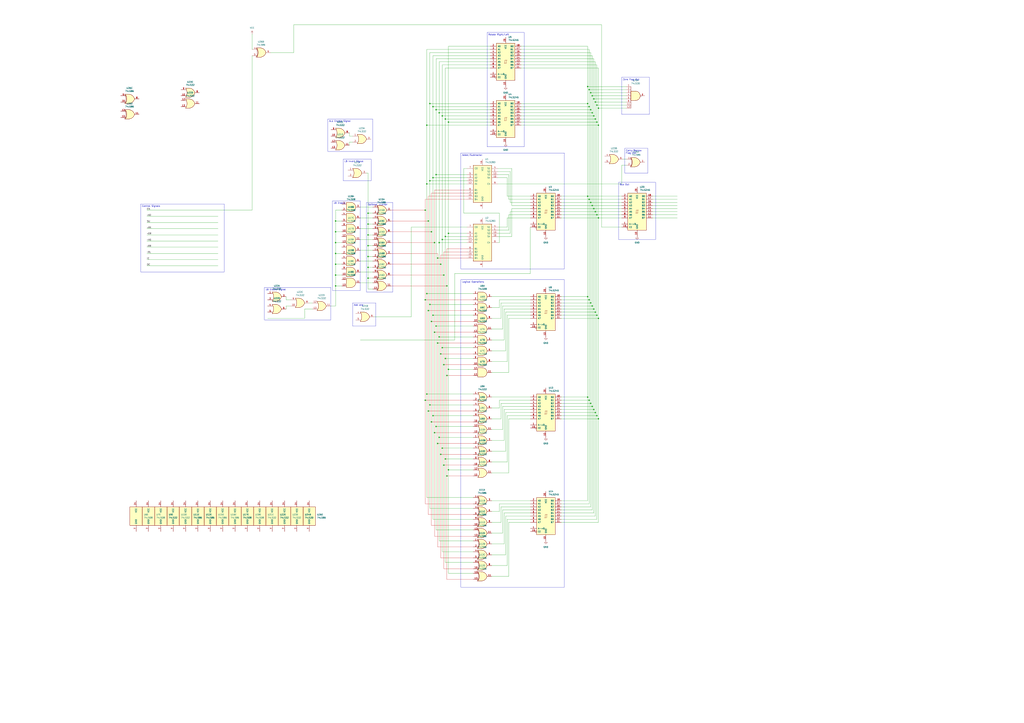
<source format=kicad_sch>
(kicad_sch (version 20231120) (generator "eeschema") (generator_version "8.0")
  (paper "A1")
  (junction (at 483.87 163.83))
  (junction (at 275.59 199.39))
  (junction (at 368.3 191.77))
  (junction (at 486.41 92.71))
  (junction (at 356.87 355.6))
  (junction (at 368.3 100.33))
  (junction (at 482.6 326.39))
  (junction (at 350.52 102.87))
  (junction (at 367.03 308.61))
  (junction (at 349.25 246.38))
  (junction (at 488.95 339.09))
  (junction (at 485.14 90.17))
  (junction (at 353.06 332.74))
  (junction (at 365.76 294.64))
  (junction (at 483.87 328.93))
  (junction (at 354.33 346.71))
  (junction (at 360.68 359.41))
  (junction (at 350.52 241.3))
  (junction (at 491.49 102.87))
  (junction (at 359.41 364.49))
  (junction (at 360.68 92.71))
  (junction (at 358.14 267.97))
  (junction (at 485.14 331.47))
  (junction (at 361.95 217.17))
  (junction (at 364.49 382.27))
  (junction (at 354.33 264.16))
  (junction (at 275.59 208.28))
  (junction (at 482.6 161.29))
  (junction (at 351.79 337.82))
  (junction (at 487.68 336.55))
  (junction (at 275.59 190.5))
  (junction (at 275.59 234.95))
  (junction (at 483.87 73.66))
  (junction (at 482.6 85.09))
  (junction (at 485.14 76.2))
  (junction (at 353.06 85.09))
  (junction (at 365.76 97.79))
  (junction (at 361.95 373.38))
  (junction (at 364.49 226.06))
  (junction (at 354.33 190.5))
  (junction (at 368.3 386.08))
  (junction (at 302.26 184.15))
  (junction (at 275.59 217.17))
  (junction (at 488.95 256.54))
  (junction (at 349.25 172.72))
  (junction (at 491.49 344.17))
  (junction (at 482.6 243.84))
  (junction (at 360.68 199.39))
  (junction (at 275.59 181.61))
  (junction (at 367.03 391.16))
  (junction (at 487.68 171.45))
  (junction (at 358.14 90.17))
  (junction (at 275.59 226.06))
  (junction (at 487.68 95.25))
  (junction (at 486.41 168.91))
  (junction (at 483.87 246.38))
  (junction (at 486.41 334.01))
  (junction (at 355.6 259.08))
  (junction (at 365.76 377.19))
  (junction (at 363.22 285.75))
  (junction (at 490.22 259.08))
  (junction (at 490.22 86.36))
  (junction (at 490.22 100.33))
  (junction (at 353.06 148.59))
  (junction (at 486.41 251.46))
  (junction (at 490.22 341.63))
  (junction (at 488.95 83.82))
  (junction (at 358.14 143.51))
  (junction (at 302.26 210.82))
  (junction (at 364.49 299.72))
  (junction (at 302.26 193.04))
  (junction (at 302.26 219.71))
  (junction (at 485.14 166.37))
  (junction (at 355.6 146.05))
  (junction (at 351.79 255.27))
  (junction (at 363.22 368.3))
  (junction (at 358.14 350.52))
  (junction (at 368.3 303.53))
  (junction (at 485.14 248.92))
  (junction (at 350.52 323.85))
  (junction (at 356.87 199.39))
  (junction (at 351.79 181.61))
  (junction (at 359.41 212.09))
  (junction (at 363.22 95.25))
  (junction (at 350.52 151.13))
  (junction (at 361.95 290.83))
  (junction (at 487.68 254))
  (junction (at 486.41 78.74))
  (junction (at 488.95 97.79))
  (junction (at 302.26 175.26))
  (junction (at 491.49 261.62))
  (junction (at 355.6 341.63))
  (junction (at 363.22 196.85))
  (junction (at 491.49 179.07))
  (junction (at 488.95 173.99))
  (junction (at 353.06 250.19))
  (junction (at 490.22 176.53))
  (junction (at 360.68 276.86))
  (junction (at 367.03 234.95))
  (junction (at 302.26 201.93))
  (junction (at 482.6 71.12))
  (junction (at 349.25 328.93))
  (junction (at 356.87 273.05))
  (junction (at 302.26 228.6))
  (junction (at 359.41 281.94))
  (junction (at 355.6 87.63))
  (junction (at 491.49 88.9))
  (junction (at 487.68 81.28))
  (junction (at 483.87 87.63))
  (junction (at 365.76 194.31))
  (wire (pts (xy 486.41 78.74) (xy 486.41 92.71)))
  (wire (pts (xy 483.87 73.66) (xy 483.87 87.63)))
  (wire (pts (xy 415.29 339.09) (xy 415.29 370.84)))
  (wire (pts (xy 207.01 45.72) (xy 207.01 172.72)))
  (wire (pts (xy 408.94 194.31) (xy 420.37 194.31)))
  (wire (pts (xy 360.68 92.71) (xy 360.68 50.8)))
  (wire (pts (xy 383.54 194.31) (xy 365.76 194.31)))
  (wire (pts (xy 427.99 43.18) (xy 485.14 43.18)))
  (wire (pts (xy 321.31 199.39) (xy 356.87 199.39)) (stroke (width 0) (color 194 0 0 1)))
  (wire (pts (xy 365.76 377.19) (xy 365.76 462.28)))
  (wire (pts (xy 363.22 285.75) (xy 363.22 368.3)))
  (wire (pts (xy 295.91 232.41) (xy 306.07 232.41)))
  (wire (pts (xy 287.02 116.84) (xy 287.02 119.38)))
  (wire (pts (xy 353.06 417.83) (xy 388.62 417.83)))
  (wire (pts (xy 388.62 308.61) (xy 367.03 308.61)) (stroke (width 0) (color 194 0 0 1)))
  (wire (pts (xy 355.6 87.63) (xy 402.59 87.63)))
  (wire (pts (xy 350.52 151.13) (xy 350.52 241.3)))
  (wire (pts (xy 427.99 85.09) (xy 482.6 85.09)))
  (wire (pts (xy 483.87 40.64) (xy 483.87 73.66)))
  (wire (pts (xy 461.01 176.53) (xy 490.22 176.53)))
  (wire (pts (xy 120.65 218.44) (xy 179.07 218.44)))
  (wire (pts (xy 482.6 85.09) (xy 482.6 161.29)))
  (wire (pts (xy 435.61 186.69) (xy 435.61 224.79)))
  (wire (pts (xy 535.94 161.29) (xy 556.26 161.29)))
  (wire (pts (xy 435.61 261.62) (xy 417.83 261.62)))
  (wire (pts (xy 383.54 199.39) (xy 360.68 199.39)))
  (wire (pts (xy 490.22 259.08) (xy 461.01 259.08)))
  (wire (pts (xy 361.95 458.47) (xy 388.62 458.47)) (stroke (width 0) (color 194 0 0 1)))
  (wire (pts (xy 365.76 55.88) (xy 402.59 55.88)))
  (wire (pts (xy 383.54 196.85) (xy 363.22 196.85)))
  (wire (pts (xy 349.25 328.93) (xy 388.62 328.93)) (stroke (width 0) (color 194 0 0 1)))
  (wire (pts (xy 427.99 55.88) (xy 491.49 55.88)))
  (wire (pts (xy 302.26 219.71) (xy 302.26 228.6)))
  (wire (pts (xy 411.48 416.56) (xy 411.48 429.26)))
  (wire (pts (xy 363.22 95.25) (xy 363.22 196.85)))
  (wire (pts (xy 358.14 143.51) (xy 358.14 267.97)))
  (wire (pts (xy 403.86 326.39) (xy 435.61 326.39)))
  (wire (pts (xy 488.95 97.79) (xy 488.95 83.82)))
  (wire (pts (xy 494.03 186.69) (xy 510.54 186.69)))
  (wire (pts (xy 511.81 130.81) (xy 514.35 130.81)))
  (wire (pts (xy 256.54 254) (xy 250.19 254)))
  (wire (pts (xy 349.25 172.72) (xy 349.25 246.38)) (stroke (width 0) (color 194 0 0 1)))
  (wire (pts (xy 280.67 208.28) (xy 275.59 208.28)))
  (wire (pts (xy 351.79 337.82) (xy 351.79 422.91)) (stroke (width 0) (color 194 0 0 1)))
  (wire (pts (xy 461.01 254) (xy 487.68 254)))
  (wire (pts (xy 461.01 168.91) (xy 486.41 168.91)))
  (wire (pts (xy 275.59 208.28) (xy 275.59 217.17)))
  (wire (pts (xy 417.83 344.17) (xy 417.83 388.62)))
  (wire (pts (xy 408.94 146.05) (xy 416.56 146.05)))
  (wire (pts (xy 383.54 204.47) (xy 367.03 204.47)) (stroke (width 0) (color 194 0 0 1)))
  (wire (pts (xy 254 248.92) (xy 256.54 248.92)))
  (wire (pts (xy 388.62 303.53) (xy 368.3 303.53)))
  (wire (pts (xy 383.54 207.01) (xy 364.49 207.01)) (stroke (width 0) (color 194 0 0 1)))
  (wire (pts (xy 302.26 175.26) (xy 302.26 184.15)))
  (wire (pts (xy 415.29 288.29) (xy 403.86 288.29)))
  (wire (pts (xy 353.06 85.09) (xy 353.06 148.59)))
  (wire (pts (xy 416.56 186.69) (xy 416.56 179.07)))
  (wire (pts (xy 350.52 102.87) (xy 350.52 40.64)))
  (wire (pts (xy 485.14 331.47) (xy 485.14 416.56)))
  (wire (pts (xy 435.61 168.91) (xy 420.37 168.91)))
  (wire (pts (xy 487.68 81.28) (xy 487.68 95.25)))
  (wire (pts (xy 403.86 297.18) (xy 416.56 297.18)))
  (wire (pts (xy 490.22 53.34) (xy 490.22 86.36)))
  (wire (pts (xy 416.56 464.82) (xy 416.56 426.72)))
  (wire (pts (xy 388.62 368.3) (xy 363.22 368.3)))
  (wire (pts (xy 351.79 422.91) (xy 388.62 422.91)) (stroke (width 0) (color 194 0 0 1)))
  (wire (pts (xy 483.87 40.64) (xy 427.99 40.64)))
  (wire (pts (xy 356.87 273.05) (xy 356.87 355.6)) (stroke (width 0) (color 194 0 0 1)))
  (wire (pts (xy 408.94 186.69) (xy 416.56 186.69)))
  (wire (pts (xy 408.94 189.23) (xy 417.83 189.23)))
  (wire (pts (xy 483.87 328.93) (xy 483.87 414.02)))
  (wire (pts (xy 490.22 426.72) (xy 461.01 426.72)))
  (wire (pts (xy 486.41 251.46) (xy 486.41 334.01)))
  (wire (pts (xy 363.22 95.25) (xy 402.59 95.25)))
  (wire (pts (xy 306.07 201.93) (xy 302.26 201.93)))
  (wire (pts (xy 435.61 429.26) (xy 417.83 429.26)))
  (wire (pts (xy 403.86 420.37) (xy 410.21 420.37)))
  (wire (pts (xy 403.86 335.28) (xy 410.21 335.28)))
  (wire (pts (xy 383.54 186.69) (xy 337.82 186.69)))
  (wire (pts (xy 461.01 416.56) (xy 485.14 416.56)))
  (wire (pts (xy 321.31 190.5) (xy 354.33 190.5)) (stroke (width 0) (color 194 0 0 1)))
  (wire (pts (xy 302.26 193.04) (xy 302.26 201.93)))
  (wire (pts (xy 486.41 168.91) (xy 486.41 251.46)))
  (wire (pts (xy 402.59 48.26) (xy 358.14 48.26)))
  (wire (pts (xy 120.65 198.12) (xy 179.07 198.12)))
  (wire (pts (xy 306.07 193.04) (xy 302.26 193.04)))
  (wire (pts (xy 388.62 471.17) (xy 368.3 471.17)))
  (wire (pts (xy 365.76 294.64) (xy 388.62 294.64)))
  (wire (pts (xy 351.79 161.29) (xy 351.79 181.61)) (stroke (width 0) (color 194 0 0 1)))
  (wire (pts (xy 306.07 237.49) (xy 302.26 237.49)))
  (wire (pts (xy 356.87 199.39) (xy 356.87 273.05)) (stroke (width 0) (color 194 0 0 1)))
  (wire (pts (xy 415.29 455.93) (xy 403.86 455.93)))
  (wire (pts (xy 461.01 421.64) (xy 487.68 421.64)))
  (wire (pts (xy 383.54 156.21) (xy 356.87 156.21)) (stroke (width 0) (color 194 0 0 1)))
  (wire (pts (xy 403.86 361.95) (xy 414.02 361.95)))
  (wire (pts (xy 535.94 173.99) (xy 556.26 173.99)))
  (wire (pts (xy 488.95 339.09) (xy 488.95 424.18)))
  (wire (pts (xy 412.75 438.15) (xy 403.86 438.15)))
  (wire (pts (xy 491.49 344.17) (xy 491.49 429.26)))
  (wire (pts (xy 383.54 146.05) (xy 355.6 146.05)))
  (wire (pts (xy 355.6 87.63) (xy 355.6 45.72)))
  (wire (pts (xy 355.6 426.72) (xy 388.62 426.72)))
  (wire (pts (xy 461.01 261.62) (xy 491.49 261.62)))
  (wire (pts (xy 120.65 182.88) (xy 179.07 182.88)))
  (wire (pts (xy 410.21 252.73) (xy 410.21 246.38)))
  (wire (pts (xy 241.3 20.32) (xy 494.03 20.32)))
  (wire (pts (xy 535.94 166.37) (xy 556.26 166.37)))
  (wire (pts (xy 461.01 344.17) (xy 491.49 344.17)))
  (wire (pts (xy 415.29 256.54) (xy 415.29 288.29)))
  (wire (pts (xy 416.56 161.29) (xy 435.61 161.29)))
  (wire (pts (xy 361.95 290.83) (xy 388.62 290.83)) (stroke (width 0) (color 194 0 0 1)))
  (wire (pts (xy 306.07 184.15) (xy 302.26 184.15)))
  (wire (pts (xy 491.49 102.87) (xy 491.49 179.07)))
  (wire (pts (xy 388.62 453.39) (xy 363.22 453.39)))
  (wire (pts (xy 417.83 429.26) (xy 417.83 473.71)))
  (wire (pts (xy 535.94 168.91) (xy 556.26 168.91)))
  (wire (pts (xy 383.54 151.13) (xy 350.52 151.13)))
  (wire (pts (xy 349.25 414.02) (xy 388.62 414.02)) (stroke (width 0) (color 194 0 0 1)))
  (wire (pts (xy 351.79 181.61) (xy 351.79 255.27)) (stroke (width 0) (color 194 0 0 1)))
  (wire (pts (xy 321.31 172.72) (xy 349.25 172.72)) (stroke (width 0) (color 194 0 0 1)))
  (wire (pts (xy 408.94 143.51) (xy 417.83 143.51)))
  (wire (pts (xy 207.01 27.94) (xy 207.01 40.64)))
  (wire (pts (xy 358.14 267.97) (xy 358.14 350.52)))
  (wire (pts (xy 461.01 424.18) (xy 488.95 424.18)))
  (wire (pts (xy 483.87 414.02) (xy 461.01 414.02)))
  (wire (pts (xy 361.95 217.17) (xy 361.95 290.83)) (stroke (width 0) (color 194 0 0 1)))
  (wire (pts (xy 487.68 48.26) (xy 487.68 81.28)))
  (wire (pts (xy 349.25 246.38) (xy 349.25 328.93)) (stroke (width 0) (color 194 0 0 1)))
  (wire (pts (xy 410.21 246.38) (xy 435.61 246.38)))
  (wire (pts (xy 487.68 171.45) (xy 487.68 254)))
  (wire (pts (xy 365.76 377.19) (xy 388.62 377.19)))
  (wire (pts (xy 510.54 151.13) (xy 510.54 135.89)))
  (wire (pts (xy 295.91 223.52) (xy 306.07 223.52)))
  (wire (pts (xy 280.67 199.39) (xy 275.59 199.39)))
  (wire (pts (xy 491.49 55.88) (xy 491.49 88.9)))
  (wire (pts (xy 535.94 176.53) (xy 556.26 176.53)))
  (wire (pts (xy 488.95 83.82) (xy 488.95 50.8)))
  (wire (pts (xy 490.22 341.63) (xy 490.22 426.72)))
  (wire (pts (xy 355.6 146.05) (xy 355.6 259.08)))
  (wire (pts (xy 427.99 100.33) (xy 490.22 100.33)))
  (wire (pts (xy 483.87 328.93) (xy 461.01 328.93)))
  (wire (pts (xy 358.14 90.17) (xy 402.59 90.17)))
  (wire (pts (xy 461.01 161.29) (xy 482.6 161.29)))
  (wire (pts (xy 295.91 179.07) (xy 306.07 179.07)))
  (wire (pts (xy 353.06 148.59) (xy 353.06 250.19)))
  (wire (pts (xy 361.95 373.38) (xy 361.95 458.47)) (stroke (width 0) (color 194 0 0 1)))
  (wire (pts (xy 461.01 411.48) (xy 482.6 411.48)))
  (wire (pts (xy 414.02 336.55) (xy 435.61 336.55)))
  (wire (pts (xy 461.01 166.37) (xy 485.14 166.37)))
  (wire (pts (xy 360.68 276.86) (xy 360.68 359.41)))
  (wire (pts (xy 417.83 176.53) (xy 435.61 176.53)))
  (wire (pts (xy 487.68 81.28) (xy 514.35 81.28)))
  (wire (pts (xy 360.68 276.86) (xy 388.62 276.86)))
  (wire (pts (xy 353.06 250.19) (xy 388.62 250.19)))
  (wire (pts (xy 490.22 86.36) (xy 514.35 86.36)))
  (wire (pts (xy 287.02 111.76) (xy 289.56 111.76)))
  (wire (pts (xy 363.22 368.3) (xy 363.22 453.39)))
  (wire (pts (xy 354.33 190.5) (xy 354.33 264.16)) (stroke (width 0) (color 194 0 0 1)))
  (wire (pts (xy 402.59 97.79) (xy 365.76 97.79)))
  (wire (pts (xy 488.95 50.8) (xy 427.99 50.8)))
  (wire (pts (xy 353.06 43.18) (xy 353.06 85.09)))
  (wire (pts (xy 355.6 341.63) (xy 355.6 426.72)))
  (wire (pts (xy 485.14 166.37) (xy 510.54 166.37)))
  (wire (pts (xy 295.91 170.18) (xy 306.07 170.18)))
  (wire (pts (xy 367.03 308.61) (xy 367.03 234.95)) (stroke (width 0) (color 194 0 0 1)))
  (wire (pts (xy 383.54 163.83) (xy 349.25 163.83)) (stroke (width 0) (color 194 0 0 1)))
  (wire (pts (xy 417.83 143.51) (xy 417.83 163.83)))
  (wire (pts (xy 483.87 87.63) (xy 483.87 163.83)))
  (wire (pts (xy 435.61 424.18) (xy 415.29 424.18)))
  (wire (pts (xy 535.94 179.07) (xy 556.26 179.07)))
  (wire (pts (xy 383.54 161.29) (xy 351.79 161.29)) (stroke (width 0) (color 194 0 0 1)))
  (wire (pts (xy 403.86 464.82) (xy 416.56 464.82)))
  (wire (pts (xy 350.52 241.3) (xy 388.62 241.3)))
  (wire (pts (xy 358.14 267.97) (xy 388.62 267.97)))
  (wire (pts (xy 487.68 95.25) (xy 487.68 171.45)))
  (wire (pts (xy 461.01 163.83) (xy 483.87 163.83)))
  (wire (pts (xy 482.6 161.29) (xy 510.54 161.29)))
  (wire (pts (xy 381 175.26) (xy 410.21 175.26)))
  (wire (pts (xy 367.03 476.25) (xy 388.62 476.25)) (stroke (width 0) (color 194 0 0 1)))
  (wire (pts (xy 485.14 76.2) (xy 485.14 90.17)))
  (wire (pts (xy 250.19 254) (xy 250.19 261.62)))
  (wire (pts (xy 360.68 359.41) (xy 360.68 444.5)))
  (wire (pts (xy 337.82 186.69) (xy 337.82 260.35)))
  (wire (pts (xy 295.91 279.4) (xy 373.38 279.4)))
  (wire (pts (xy 486.41 334.01) (xy 486.41 419.1)))
  (wire (pts (xy 302.26 175.26) (xy 302.26 142.24)))
  (wire (pts (xy 482.6 71.12) (xy 482.6 38.1)))
  (wire (pts (xy 321.31 181.61) (xy 351.79 181.61)) (stroke (width 0) (color 194 0 0 1)))
  (wire (pts (xy 302.26 201.93) (xy 302.26 210.82)))
  (wire (pts (xy 485.14 90.17) (xy 485.14 166.37)))
  (wire (pts (xy 408.94 140.97) (xy 419.1 140.97)))
  (wire (pts (xy 403.86 447.04) (xy 414.02 447.04)))
  (wire (pts (xy 420.37 138.43) (xy 408.94 138.43)))
  (wire (pts (xy 403.86 243.84) (xy 435.61 243.84)))
  (wire (pts (xy 412.75 353.06) (xy 403.86 353.06)))
  (wire (pts (xy 486.41 419.1) (xy 461.01 419.1)))
  (wire (pts (xy 414.02 447.04) (xy 414.02 421.64)))
  (wire (pts (xy 360.68 359.41) (xy 388.62 359.41)))
  (wire (pts (xy 485.14 166.37) (xy 485.14 248.92)))
  (wire (pts (xy 416.56 179.07) (xy 435.61 179.07)))
  (wire (pts (xy 535.94 171.45) (xy 556.26 171.45)))
  (wire (pts (xy 435.61 416.56) (xy 411.48 416.56)))
  (wire (pts (xy 350.52 102.87) (xy 350.52 151.13)))
  (wire (pts (xy 306.07 175.26) (xy 302.26 175.26)))
  (wire (pts (xy 435.61 334.01) (xy 412.75 334.01)))
  (wire (pts (xy 280.67 190.5) (xy 275.59 190.5)))
  (wire (pts (xy 410.21 175.26) (xy 410.21 199.39)))
  (wire (pts (xy 482.6 326.39) (xy 482.6 411.48)))
  (wire (pts (xy 365.76 462.28) (xy 388.62 462.28)))
  (wire (pts (xy 419.1 173.99) (xy 419.1 191.77)))
  (wire (pts (xy 364.49 382.27) (xy 364.49 467.36)) (stroke (width 0) (color 194 0 0 1)))
  (wire (pts (xy 461.01 326.39) (xy 482.6 326.39)))
  (wire (pts (xy 427.99 102.87) (xy 491.49 102.87)))
  (wire (pts (xy 356.87 440.69) (xy 388.62 440.69)) (stroke (width 0) (color 194 0 0 1)))
  (wire (pts (xy 419.1 191.77) (xy 408.94 191.77)))
  (wire (pts (xy 367.03 234.95) (xy 367.03 204.47)) (stroke (width 0) (color 194 0 0 1)))
  (wire (pts (xy 275.59 172.72) (xy 275.59 181.61)))
  (wire (pts (xy 363.22 285.75) (xy 363.22 196.85)))
  (wire (pts (xy 353.06 332.74) (xy 388.62 332.74)))
  (wire (pts (xy 414.02 421.64) (xy 435.61 421.64)))
  (wire (pts (xy 485.14 248.92) (xy 485.14 331.47)))
  (wire (pts (xy 120.65 177.8) (xy 179.07 177.8)))
  (wire (pts (xy 514.35 76.2) (xy 485.14 76.2)))
  (wire (pts (xy 483.87 163.83) (xy 483.87 246.38)))
  (wire (pts (xy 461.01 171.45) (xy 487.68 171.45)))
  (wire (pts (xy 120.65 193.04) (xy 179.07 193.04)))
  (wire (pts (xy 356.87 355.6) (xy 388.62 355.6)) (stroke (width 0) (color 194 0 0 1)))
  (wire (pts (xy 321.31 234.95) (xy 367.03 234.95)) (stroke (width 0) (color 194 0 0 1)))
  (wire (pts (xy 435.61 419.1) (xy 412.75 419.1)))
  (wire (pts (xy 419.1 140.97) (xy 419.1 166.37)))
  (wire (pts (xy 280.67 217.17) (xy 275.59 217.17)))
  (wire (pts (xy 365.76 194.31) (xy 365.76 294.64)))
  (wire (pts (xy 354.33 431.8) (xy 388.62 431.8)) (stroke (width 0) (color 194 0 0 1)))
  (wire (pts (xy 461.01 429.26) (xy 491.49 429.26)))
  (wire (pts (xy 351.79 337.82) (xy 388.62 337.82)) (stroke (width 0) (color 194 0 0 1)))
  (wire (pts (xy 368.3 100.33) (xy 368.3 38.1)))
  (wire (pts (xy 351.79 255.27) (xy 388.62 255.27)) (stroke (width 0) (color 194 0 0 1)))
  (wire (pts (xy 427.99 53.34) (xy 490.22 53.34)))
  (wire (pts (xy 412.75 251.46) (xy 412.75 270.51)))
  (wire (pts (xy 359.41 281.94) (xy 359.41 364.49)) (stroke (width 0) (color 194 0 0 1)))
  (wire (pts (xy 360.68 444.5) (xy 388.62 444.5)))
  (wire (pts (xy 356.87 273.05) (xy 388.62 273.05)) (stroke (width 0) (color 194 0 0 1)))
  (wire (pts (xy 427.99 48.26) (xy 487.68 48.26)))
  (wire (pts (xy 365.76 97.79) (xy 365.76 194.31)))
  (wire (pts (xy 490.22 86.36) (xy 490.22 100.33)))
  (wire (pts (xy 420.37 168.91) (xy 420.37 138.43)))
  (wire (pts (xy 241.3 43.18) (xy 241.3 20.32)))
  (wire (pts (xy 414.02 361.95) (xy 414.02 336.55)))
  (wire (pts (xy 354.33 264.16) (xy 354.33 346.71)) (stroke (width 0) (color 194 0 0 1)))
  (wire (pts (xy 535.94 163.83) (xy 556.26 163.83)))
  (wire (pts (xy 491.49 261.62) (xy 491.49 344.17)))
  (wire (pts (xy 403.86 252.73) (xy 410.21 252.73)))
  (wire (pts (xy 275.59 226.06) (xy 280.67 226.06)))
  (wire (pts (xy 120.65 213.36) (xy 179.07 213.36)))
  (wire (pts (xy 491.49 179.07) (xy 510.54 179.07)))
  (wire (pts (xy 486.41 334.01) (xy 461.01 334.01)))
  (wire (pts (xy 321.31 208.28) (xy 359.41 208.28)) (stroke (width 0) (color 194 0 0 1)))
  (wire (pts (xy 383.54 212.09) (xy 359.41 212.09)) (stroke (width 0) (color 194 0 0 1)))
  (wire (pts (xy 490.22 100.33) (xy 490.22 176.53)))
  (wire (pts (xy 350.52 408.94) (xy 388.62 408.94)))
  (wire (pts (xy 354.33 158.75) (xy 354.33 190.5)) (stroke (width 0) (color 194 0 0 1)))
  (wire (pts (xy 359.41 281.94) (xy 388.62 281.94)) (stroke (width 0) (color 194 0 0 1)))
  (wire (pts (xy 487.68 171.45) (xy 510.54 171.45)))
  (wire (pts (xy 358.14 350.52) (xy 358.14 435.61)))
  (wire (pts (xy 368.3 100.33) (xy 368.3 191.77)))
  (wire (pts (xy 417.83 388.62) (xy 403.86 388.62)))
  (wire (pts (xy 120.65 172.72) (xy 207.01 172.72)))
  (wire (pts (xy 483.87 73.66) (xy 514.35 73.66)))
  (wire (pts (xy 354.33 264.16) (xy 388.62 264.16)) (stroke (width 0) (color 194 0 0 1)))
  (wire (pts (xy 461.01 179.07) (xy 491.49 179.07)))
  (wire (pts (xy 359.41 364.49) (xy 359.41 449.58)) (stroke (width 0) (color 194 0 0 1)))
  (wire (pts (xy 360.68 199.39) (xy 360.68 276.86)))
  (wire (pts (xy 486.41 45.72) (xy 486.41 78.74)))
  (wire (pts (xy 420.37 171.45) (xy 435.61 171.45)))
  (wire (pts (xy 359.41 364.49) (xy 388.62 364.49)) (stroke (width 0) (color 194 0 0 1)))
  (wire (pts (xy 363.22 53.34) (xy 363.22 95.25)))
  (wire (pts (xy 388.62 285.75) (xy 363.22 285.75)))
  (wire (pts (xy 483.87 246.38) (xy 461.01 246.38)))
  (wire (pts (xy 358.14 143.51) (xy 383.54 143.51)))
  (wire (pts (xy 358.14 90.17) (xy 358.14 143.51)))
  (wire (pts (xy 234.95 254) (xy 234.95 251.46)))
  (wire (pts (xy 490.22 176.53) (xy 510.54 176.53)))
  (wire (pts (xy 359.41 212.09) (xy 359.41 281.94)) (stroke (width 0) (color 194 0 0 1)))
  (wire (pts (xy 383.54 148.59) (xy 353.06 148.59)))
  (wire (pts (xy 295.91 205.74) (xy 306.07 205.74)))
  (wire (pts (xy 358.14 48.26) (xy 358.14 90.17)))
  (wire (pts (xy 302.26 210.82) (xy 302.26 219.71)))
  (wire (pts (xy 373.38 224.79) (xy 373.38 279.4)))
  (wire (pts (xy 488.95 173.99) (xy 488.95 256.54)))
  (wire (pts (xy 416.56 297.18) (xy 416.56 259.08)))
  (wire (pts (xy 349.25 163.83) (xy 349.25 172.72)) (stroke (width 0) (color 194 0 0 1)))
  (wire (pts (xy 295.91 214.63) (xy 306.07 214.63)))
  (wire (pts (xy 410.21 420.37) (xy 410.21 414.02)))
  (wire (pts (xy 435.61 224.79) (xy 373.38 224.79)))
  (wire (pts (xy 275.59 217.17) (xy 275.59 226.06)))
  (wire (pts (xy 275.59 181.61) (xy 275.59 190.5)))
  (wire (pts (xy 349.25 328.93) (xy 349.25 414.02)) (stroke (width 0) (color 194 0 0 1)))
  (wire (pts (xy 360.68 50.8) (xy 402.59 50.8)))
  (wire (pts (xy 403.86 379.73) (xy 416.56 379.73)))
  (wire (pts (xy 488.95 83.82) (xy 514.35 83.82)))
  (wire (pts (xy 383.54 191.77) (xy 368.3 191.77)))
  (wire (pts (xy 485.14 43.18) (xy 485.14 76.2)))
  (wire (pts (xy 410.21 414.02) (xy 435.61 414.02)))
  (wire (pts (xy 358.14 435.61) (xy 388.62 435.61)))
  (wire (pts (xy 306.07 228.6) (xy 302.26 228.6)))
  (wire (pts (xy 368.3 100.33) (xy 402.59 100.33)))
  (wire (pts (xy 402.59 43.18) (xy 353.06 43.18)))
  (wire (pts (xy 414.02 279.4) (xy 414.02 254)))
  (wire (pts (xy 416.56 426.72) (xy 435.61 426.72)))
  (wire (pts (xy 410.21 328.93) (xy 435.61 328.93)))
  (wire (pts (xy 359.41 449.58) (xy 388.62 449.58)) (stroke (width 0) (color 194 0 0 1)))
  (wire (pts (xy 275.59 226.06) (xy 275.59 234.95)))
  (wire (pts (xy 350.52 102.87) (xy 402.59 102.87)))
  (wire (pts (xy 350.52 241.3) (xy 350.52 323.85)))
  (wire (pts (xy 461.01 339.09) (xy 488.95 339.09)))
  (wire (pts (xy 365.76 294.64) (xy 365.76 377.19)))
  (wire (pts (xy 234.95 251.46) (xy 238.76 251.46)))
  (wire (pts (xy 368.3 303.53) (xy 368.3 191.77)))
  (wire (pts (xy 289.56 116.84) (xy 287.02 116.84)))
  (wire (pts (xy 487.68 336.55) (xy 487.68 421.64)))
  (wire (pts (xy 280.67 172.72) (xy 275.59 172.72)))
  (wire (pts (xy 361.95 290.83) (xy 361.95 373.38)) (stroke (width 0) (color 194 0 0 1)))
  (wire (pts (xy 354.33 346.71) (xy 388.62 346.71)) (stroke (width 0) (color 194 0 0 1)))
  (wire (pts (xy 482.6 161.29) (xy 482.6 243.84)))
  (wire (pts (xy 435.61 331.47) (xy 411.48 331.47)))
  (wire (pts (xy 486.41 92.71) (xy 486.41 168.91)))
  (wire (pts (xy 411.48 261.62) (xy 403.86 261.62)))
  (wire (pts (xy 488.95 173.99) (xy 510.54 173.99)))
  (wire (pts (xy 306.07 210.82) (xy 302.26 210.82)))
  (wire (pts (xy 490.22 341.63) (xy 461.01 341.63)))
  (wire (pts (xy 412.75 419.1) (xy 412.75 438.15)))
  (wire (pts (xy 491.49 88.9) (xy 514.35 88.9)))
  (wire (pts (xy 295.91 196.85) (xy 306.07 196.85)))
  (wire (pts (xy 358.14 350.52) (xy 388.62 350.52)))
  (wire (pts (xy 349.25 246.38) (xy 388.62 246.38)) (stroke (width 0) (color 194 0 0 1)))
  (wire (pts (xy 408.94 151.13) (xy 510.54 151.13)))
  (wire (pts (xy 364.49 299.72) (xy 364.49 382.27)) (stroke (width 0) (color 194 0 0 1)))
  (wire (pts (xy 364.49 226.06) (xy 364.49 299.72)) (stroke (width 0) (color 194 0 0 1)))
  (wire (pts (xy 482.6 85.09) (xy 482.6 71.12)))
  (wire (pts (xy 416.56 341.63) (xy 435.61 341.63)))
  (wire (pts (xy 337.82 260.35) (xy 307.34 260.35)))
  (wire (pts (xy 364.49 299.72) (xy 388.62 299.72)) (stroke (width 0) (color 194 0 0 1)))
  (wire (pts (xy 364.49 207.01) (xy 364.49 226.06)) (stroke (width 0) (color 194 0 0 1)))
  (wire (pts (xy 368.3 38.1) (xy 402.59 38.1)))
  (wire (pts (xy 461.01 243.84) (xy 482.6 243.84)))
  (wire (pts (xy 364.49 382.27) (xy 388.62 382.27)) (stroke (width 0) (color 194 0 0 1)))
  (wire (pts (xy 355.6 259.08) (xy 355.6 341.63)))
  (wire (pts (xy 120.65 208.28) (xy 179.07 208.28)))
  (wire (pts (xy 490.22 259.08) (xy 490.22 341.63)))
  (wire (pts (xy 412.75 270.51) (xy 403.86 270.51)))
  (wire (pts (xy 410.21 199.39) (xy 408.94 199.39)))
  (wire (pts (xy 275.59 199.39) (xy 275.59 208.28)))
  (wire (pts (xy 354.33 431.8) (xy 354.33 346.71)) (stroke (width 0) (color 194 0 0 1)))
  (wire (pts (xy 364.49 467.36) (xy 388.62 467.36)) (stroke (width 0) (color 194 0 0 1)))
  (wire (pts (xy 417.83 189.23) (xy 417.83 176.53)))
  (wire (pts (xy 368.3 303.53) (xy 368.3 386.08)))
  (wire (pts (xy 383.54 209.55) (xy 361.95 209.55)) (stroke (width 0) (color 194 0 0 1)))
  (wire (pts (xy 482.6 243.84) (xy 482.6 326.39)))
  (wire (pts (xy 435.61 256.54) (xy 415.29 256.54)))
  (wire (pts (xy 355.6 45.72) (xy 402.59 45.72)))
  (wire (pts (xy 416.56 379.73) (xy 416.56 341.63)))
  (wire (pts (xy 356.87 156.21) (xy 356.87 199.39)) (stroke (width 0) (color 194 0 0 1)))
  (wire (pts (xy 353.06 250.19) (xy 353.06 332.74)))
  (wire (pts (xy 415.29 370.84) (xy 403.86 370.84)))
  (wire (pts (xy 355.6 259.08) (xy 388.62 259.08)))
  (wire (pts (xy 359.41 208.28) (xy 359.41 212.09)) (stroke (width 0) (color 194 0 0 1)))
  (wire (pts (xy 234.95 246.38) (xy 238.76 246.38)))
  (wire (pts (xy 412.75 334.01) (xy 412.75 353.06)))
  (wire (pts (xy 411.48 248.92) (xy 411.48 261.62)))
  (wire (pts (xy 367.03 391.16) (xy 367.03 476.25)) (stroke (width 0) (color 194 0 0 1)))
  (wire (pts (xy 483.87 163.83) (xy 510.54 163.83)))
  (wire (pts (xy 388.62 386.08) (xy 368.3 386.08)))
  (wire (pts (xy 419.1 166.37) (xy 435.61 166.37)))
  (wire (pts (xy 417.83 473.71) (xy 403.86 473.71)))
  (wire (pts (xy 427.99 97.79) (xy 488.95 97.79)))
  (wire (pts (xy 411.48 344.17) (xy 403.86 344.17)))
  (wire (pts (xy 403.86 411.48) (xy 435.61 411.48)))
  (wire (pts (xy 411.48 429.26) (xy 403.86 429.26)))
  (wire (pts (xy 417.83 306.07) (xy 403.86 306.07)))
  (wire (pts (xy 351.79 255.27) (xy 351.79 337.82)) (stroke (width 0) (color 194 0 0 1)))
  (wire (pts (xy 420.37 194.31) (xy 420.37 171.45)))
  (wire (pts (xy 403.86 279.4) (xy 414.02 279.4)))
  (wire (pts (xy 488.95 256.54) (xy 488.95 339.09)))
  (wire (pts (xy 417.83 163.83) (xy 435.61 163.83)))
  (wire (pts (xy 367.03 391.16) (xy 388.62 391.16)) (stroke (width 0) (color 194 0 0 1)))
  (wire (pts (xy 381 175.26) (xy 381 138.43)))
  (wire (pts (xy 410.21 335.28) (xy 410.21 328.93)))
  (wire (pts (xy 356.87 355.6) (xy 356.87 440.69)) (stroke (width 0) (color 194 0 0 1)))
  (wire (pts (xy 427.99 95.25) (xy 487.68 95.25)))
  (wire (pts (xy 417.83 261.62) (xy 417.83 306.07)))
  (wire (pts (xy 381 138.43) (xy 383.54 138.43)))
  (wire (pts (xy 427.99 92.71) (xy 486.41 92.71)))
  (wire (pts (xy 350.52 323.85) (xy 388.62 323.85)))
  (wire (pts (xy 487.68 254) (xy 487.68 336.55)))
  (wire (pts (xy 461.01 256.54) (xy 488.95 256.54)))
  (wire (pts (xy 491.49 88.9) (xy 491.49 102.87)))
  (wire (pts (xy 275.59 234.95) (xy 280.67 234.95)))
  (wire (pts (xy 350.52 40.64) (xy 402.59 40.64)))
  (wire (pts (xy 295.91 187.96) (xy 306.07 187.96)))
  (wire (pts (xy 510.54 135.89) (xy 514.35 135.89)))
  (wire (pts (xy 219.71 261.62) (xy 250.19 261.62)))
  (wire (pts (xy 435.61 339.09) (xy 415.29 339.09)))
  (wire (pts (xy 234.95 243.84) (xy 234.95 246.38)))
  (wire (pts (xy 491.49 179.07) (xy 491.49 261.62)))
  (wire (pts (xy 435.61 248.92) (xy 411.48 248.92)))
  (wire (pts (xy 302.26 184.15) (xy 302.26 193.04)))
  (wire (pts (xy 355.6 87.63) (xy 355.6 146.05)))
  (wire (pts (xy 416.56 161.29) (xy 416.56 146.05)))
  (wire (pts (xy 427.99 90.17) (xy 485.14 90.17)))
  (wire (pts (xy 402.59 85.09) (xy 353.06 85.09)))
  (wire (pts (xy 435.61 173.99) (xy 419.1 173.99)))
  (wire (pts (xy 368.3 386.08) (xy 368.3 471.17)))
  (wire (pts (xy 415.29 424.18) (xy 415.29 455.93)))
  (wire (pts (xy 287.02 109.22) (xy 287.02 111.76)))
  (wire (pts (xy 120.65 203.2) (xy 179.07 203.2)))
  (wire (pts (xy 427.99 87.63) (xy 483.87 87.63)))
  (wire (pts (xy 350.52 323.85) (xy 350.52 408.94)))
  (wire (pts (xy 461.01 331.47) (xy 485.14 331.47)))
  (wire (pts (xy 120.65 187.96) (xy 179.07 187.96)))
  (wire (pts (xy 488.95 97.79) (xy 488.95 173.99)))
  (wire (pts (xy 427.99 45.72) (xy 486.41 45.72)))
  (wire (pts (xy 321.31 226.06) (xy 364.49 226.06)) (stroke (width 0) (color 194 0 0 1)))
  (wire (pts (xy 355.6 341.63) (xy 388.62 341.63)))
  (wire (pts (xy 360.68 92.71) (xy 360.68 199.39)))
  (wire (pts (xy 306.07 219.71) (xy 302.26 219.71)))
  (wire (pts (xy 302.26 228.6) (xy 302.26 237.49)))
  (wire (pts (xy 275.59 190.5) (xy 275.59 199.39)))
  (wire (pts (xy 486.41 251.46) (xy 461.01 251.46)))
  (wire (pts (xy 271.78 251.46) (xy 275.59 251.46)))
  (wire (pts (xy 482.6 38.1) (xy 427.99 38.1)))
  (wire (pts (xy 416.56 259.08) (xy 435.61 259.08)))
  (wire (pts (xy 486.41 168.91) (xy 510.54 168.91)))
  (wire (pts (xy 435.61 344.17) (xy 417.83 344.17)))
  (wire (pts (xy 461.01 336.55) (xy 487.68 336.55)))
  (wire (pts (xy 361.95 373.38) (xy 388.62 373.38)) (stroke (width 0) (color 194 0 0 1)))
  (wire (pts (xy 494.03 20.32) (xy 494.03 186.69)))
  (wire (pts (xy 383.54 158.75) (xy 354.33 158.75)) (stroke (width 0) (color 194 0 0 1)))
  (wire (pts (xy 361.95 209.55) (xy 361.95 217.17)) (stroke (width 0) (color 194 0 0 1)))
  (wire (pts (xy 275.59 251.46) (xy 275.59 234.95)))
  (wire (pts (xy 402.59 53.34) (xy 363.22 53.34)))
  (wire (pts (xy 321.31 217.17) (xy 361.95 217.17)) (stroke (width 0) (color 194 0 0 1)))
  (wire (pts (xy 367.03 391.16) (xy 367.03 308.61)) (stroke (width 0) (color 194 0 0 1)))
  (wire (pts (xy 365.76 97.79) (xy 365.76 55.88)))
  (wire (pts (xy 222.25 43.18) (xy 241.3 43.18)))
  (wire (pts (xy 300.99 142.24) (xy 302.26 142.24)))
  (wire (pts (xy 353.06 332.74) (xy 353.06 417.83)))
  (wire (pts (xy 411.48 331.47) (xy 411.48 344.17)))
  (wire (pts (xy 461.01 173.99) (xy 488.95 173.99)))
  (wire (pts (xy 483.87 246.38) (xy 483.87 328.93)))
  (wire (pts (xy 360.68 92.71) (xy 402.59 92.71)))
  (wire (pts (xy 482.6 71.12) (xy 514.35 71.12)))
  (wire (pts (xy 486.41 78.74) (xy 514.35 78.74)))
  (wire (pts (xy 461.01 248.92) (xy 485.14 248.92)))
  (wire (pts (xy 490.22 176.53) (xy 490.22 259.08)))
  (wire (pts (xy 414.02 254) (xy 435.61 254)))
  (wire (pts (xy 435.61 251.46) (xy 412.75 251.46)))
  (wire (pts (xy 280.67 181.61) (xy 275.59 181.61)))
  (text_box "Optional Inverter\n" (at 300.99 166.37 0) (size 21.59 73.66) (effects (font (size 1.27 1.27)) (justify left top)))
  (text_box "Add one" (at 289.56 248.92 0) (size 19.05 19.05) (effects (font (size 1.27 1.27)) (justify left top)))
  (text_box "LB Enable\n" (at 273.05 165.1 0) (size 22.86 73.66) (effects (font (size 1.27 1.27)) (justify left top)))
  (text_box "Carry/Borrow Flag Out" (at 513.08 121.92 0) (size 19.05 20.32) (effects (font (size 1.27 1.27)) (justify left top)))
  (text_box "Adder/Subtractor" (at 378.46 125.73 0) (size 85.09 95.25) (effects (font (size 1.27 1.27)) (justify left top)))
  (text_box "LB Enable Signal\n" (at 217.17 236.22 0) (size 54.61 26.67) (effects (font (size 1.27 1.27)) (justify left top)))
  (text_box "ALU Enable Signal" (at 269.24 97.79 0) (size 36.83 26.67) (effects (font (size 1.27 1.27)) (justify left top)))
  (text_box "Logical Operations\n" (at 378.46 229.87 0) (size 85.09 252.73) (effects (font (size 1.27 1.27)) (justify left top)))
  (text_box "Zero Flag Out" (at 510.54 63.5 0) (size 22.86 30.48) (effects (font (size 1.27 1.27)) (justify left top)))
  (text_box "LB Invert Signal" (at 281.94 130.81 0) (size 22.86 17.78) (effects (font (size 1.27 1.27)) (justify left top)))
  (text_box "Control Signals\n" (at 115.57 167.64 0) (size 68.58 55.88) (effects (font (size 1.27 1.27)) (justify left top)))
  (text_box "Bus Out\n" (at 508 149.86 0) (size 30.48 46.99) (effects (font (size 1.27 1.27)) (justify left top)))
  (text_box "Rotate Right/Left" (at 400.05 26.67 0) (size 30.48 93.98) (effects (font (size 1.27 1.27)) (justify left top)))
  (label "IC" (at 120.65 213.36 0))
  (label "~AD" (at 120.65 177.8 0))
  (label "~OR" (at 120.65 193.04 0))
  (label "SU" (at 120.65 182.88 0))
  (label "~RR" (at 120.65 203.2 0))
  (label "~AN" (at 120.65 187.96 0))
  (label "~XO" (at 120.65 198.12 0))
  (label "DC" (at 120.65 218.44 0))
  (label "~RL" (at 120.65 208.28 0))
  (label "EN" (at 120.65 172.72 0))
  (symbol (lib_id "74xx:74LS08") (at 396.24 279.4 0) (unit 1)
    (property "Reference" "U7" (at 396.2317 270.51 0))
    (property "Value" "74LS08" (at 396.2317 273.05 0))
    (property "Datasheet" "http://www.ti.com/lit/gpn/sn74LS08" (effects (hide yes)))
    (property "Description" "Quad And2" (effects (hide yes)))
  )
  (symbol (lib_id "74xx:74LS86") (at 106.68 81.28 0) (unit 3)
    (property "Reference" "U26" (at 106.3752 72.39 0))
    (property "Value" "74LS86" (at 106.3752 74.93 0))
    (property "Footprint" "Package_DIP:DIP-14_W7.62mm_Socket_LongPads" (effects (hide yes)))
    (property "Datasheet" "74xx/74ls86.pdf" (effects (hide yes)))
    (property "Description" "Quad 2-input XOR" (effects (hide yes)))
  )
  (symbol (lib_id "74xx:74LS86") (at 313.69 181.61 0) (unit 2)
    (property "Reference" "U15" (at 313.3852 172.72 0))
    (property "Value" "74LS86" (at 313.3852 175.26 0))
    (property "Footprint" "Package_DIP:DIP-14_W7.62mm_Socket_LongPads" (effects (hide yes)))
    (property "Datasheet" "74xx/74ls86.pdf" (effects (hide yes)))
    (property "Description" "Quad 2-input XOR" (effects (hide yes)))
  )
  (symbol (lib_id "74xx:74LS86") (at 396.24 438.15 0) (unit 4)
    (property "Reference" "U11" (at 395.9352 429.26 0))
    (property "Value" "74LS86" (at 395.9352 431.8 0))
    (property "Footprint" "Package_DIP:DIP-14_W7.62mm_Socket_LongPads" (effects (hide yes)))
    (property "Datasheet" "74xx/74ls86.pdf" (effects (hide yes)))
    (property "Description" "Quad 2-input XOR" (effects (hide yes)))
  )
  (symbol (lib_id "74xx:74LS86") (at 313.69 199.39 0) (unit 4)
    (property "Reference" "U15" (at 313.3852 190.5 0))
    (property "Value" "74LS86" (at 313.3852 193.04 0))
    (property "Footprint" "Package_DIP:DIP-14_W7.62mm_Socket_LongPads" (effects (hide yes)))
    (property "Datasheet" "74xx/74ls86.pdf" (effects (hide yes)))
    (property "Description" "Quad 2-input XOR" (effects (hide yes)))
  )
  (symbol (lib_id "74xx:74LS245") (at 448.31 339.09 0) (unit 1)
    (property "Reference" "U13" (at 450.5041 318.77 0) (effects (justify left)))
    (property "Value" "74LS245" (at 450.5041 321.31 0) (effects (justify left)))
    (property "Footprint" "Package_DIP:DIP-20_W7.62mm_Socket_LongPads" (effects (hide yes)))
    (property "Datasheet" "http://www.ti.com/lit/gpn/sn74LS245" (effects (hide yes)))
    (property "Description" "Octal BUS Transceivers, 3-State outputs" (effects (hide yes)))
  )
  (symbol (lib_id "74xx:74LS08") (at 121.92 424.18 0) (unit 5)
    (property "Reference" "U7" (at 128.27 422.9099 0) (effects (justify left)))
    (property "Value" "74LS08" (at 128.27 425.4499 0) (effects (justify left)))
    (property "Datasheet" "http://www.ti.com/lit/gpn/sn74LS08" (effects (hide yes)))
    (property "Description" "Quad And2" (effects (hide yes)))
  )
  (symbol (lib_id "74xx:74LS32") (at 396.24 344.17 0) (unit 3)
    (property "Reference" "U9" (at 396.24 335.28 0))
    (property "Value" "74LS32" (at 396.24 337.82 0))
    (property "Footprint" "Package_DIP:DIP-14_W7.62mm_Socket_LongPads" (effects (hide yes)))
    (property "Datasheet" "http://www.ti.com/lit/gpn/sn74LS32" (effects (hide yes)))
    (property "Description" "Quad 2-input OR" (effects (hide yes)))
  )
  (symbol (lib_id "74xx:74LS86") (at 313.69 217.17 0) (unit 2)
    (property "Reference" "U16" (at 313.3852 208.28 0))
    (property "Value" "74LS86" (at 313.3852 210.82 0))
    (property "Datasheet" "74xx/74ls86.pdf" (effects (hide yes)))
    (property "Description" "Quad 2-input XOR" (effects (hide yes)))
  )
  (symbol (lib_id "74xx:74LS08") (at 111.76 424.18 0) (unit 5)
    (property "Reference" "U6" (at 118.11 422.9099 0) (effects (justify left)))
    (property "Value" "74LS08" (at 118.11 425.4499 0) (effects (justify left)))
    (property "Footprint" "Package_DIP:DIP-14_W7.62mm_Socket_LongPads" (effects (hide yes)))
    (property "Datasheet" "http://www.ti.com/lit/gpn/sn74LS08" (effects (hide yes)))
    (property "Description" "Quad And2" (effects (hide yes)))
  )
  (symbol (lib_id "74xx:74LS08") (at 193.04 424.18 0) (unit 5)
    (property "Reference" "U17" (at 199.39 422.9099 0) (effects (justify left)))
    (property "Value" "74LS08" (at 199.39 425.4499 0) (effects (justify left)))
    (property "Datasheet" "http://www.ti.com/lit/gpn/sn74LS08" (effects (hide yes)))
    (property "Description" "Quad And2" (effects (hide yes)))
  )
  (symbol (lib_id "74xx:74LS30") (at 243.84 424.18 0) (unit 2)
    (property "Reference" "U24" (at 250.19 422.9099 0) (effects (justify left)))
    (property "Value" "74LS30" (at 250.19 425.4499 0) (effects (justify left)))
    (property "Datasheet" "http://www.ti.com/lit/gpn/sn74LS30" (effects (hide yes)))
    (property "Description" "8-input NAND" (effects (hide yes)))
  )
  (symbol (lib_id "74xx:74LS86") (at 214.63 43.18 0) (unit 2)
    (property "Reference" "U26" (at 214.3252 34.29 0))
    (property "Value" "74LS86" (at 214.3252 36.83 0))
    (property "Footprint" "Package_DIP:DIP-14_W7.62mm_Socket_LongPads" (effects (hide yes)))
    (property "Datasheet" "74xx/74ls86.pdf" (effects (hide yes)))
    (property "Description" "Quad 2-input XOR" (effects (hide yes)))
  )
  (symbol (lib_id "74xx:74LS283") (at 396.24 151.13 0) (unit 1)
    (property "Reference" "U1" (at 398.4341 130.81 0) (effects (justify left)))
    (property "Value" "74LS283" (at 398.4341 133.35 0) (effects (justify left)))
    (property "Footprint" "Package_DIP:DIP-16_W7.62mm_Socket_LongPads" (effects (hide yes)))
    (property "Datasheet" "http://www.ti.com/lit/gpn/sn74LS283" (effects (hide yes)))
    (property "Description" "4-bit full Adder" (effects (hide yes)))
  )
  (symbol (lib_id "74xx:74LS08") (at 288.29 223.52 0) (unit 3)
    (property "Reference" "U18" (at 288.2817 214.63 0))
    (property "Value" "74LS08" (at 288.2817 217.17 0))
    (property "Footprint" "Package_DIP:DIP-14_W7.62mm_Socket_LongPads" (effects (hide yes)))
    (property "Datasheet" "http://www.ti.com/lit/gpn/sn74LS08" (effects (hide yes)))
    (property "Description" "Quad And2" (effects (hide yes)))
  )
  (symbol (lib_id "74xx:74LS08") (at 396.24 288.29 0) (unit 2)
    (property "Reference" "U7" (at 396.2317 279.4 0))
    (property "Value" "74LS08" (at 396.2317 281.94 0))
    (property "Datasheet" "http://www.ti.com/lit/gpn/sn74LS08" (effects (hide yes)))
    (property "Description" "Quad And2" (effects (hide yes)))
  )
  (symbol (lib_id "74xx:74LS245") (at 448.31 173.99 0) (unit 1)
    (property "Reference" "U3" (at 450.5041 153.67 0) (effects (justify left)))
    (property "Value" "74LS245" (at 450.5041 156.21 0) (effects (justify left)))
    (property "Footprint" "Package_DIP:DIP-20_W7.62mm_Socket_LongPads" (effects (hide yes)))
    (property "Datasheet" "http://www.ti.com/lit/gpn/sn74LS245" (effects (hide yes)))
    (property "Description" "Octal BUS Transceivers, 3-State outputs" (effects (hide yes)))
  )
  (symbol (lib_id "74xx:74LS245") (at 415.29 50.8 0) (unit 1)
    (property "Reference" "U5" (at 417.4841 30.48 0) (effects (justify left)))
    (property "Value" "74LS245" (at 417.4841 33.02 0) (effects (justify left)))
    (property "Footprint" "Package_DIP:DIP-20_W7.62mm_Socket_LongPads" (effects (hide yes)))
    (property "Datasheet" "http://www.ti.com/lit/gpn/sn74LS245" (effects (hide yes)))
    (property "Description" "Octal BUS Transceivers, 3-State outputs" (effects (hide yes)))
  )
  (symbol (lib_id "74xx:74LS86") (at 182.88 424.18 0) (unit 5)
    (property "Reference" "U16" (at 189.23 422.9099 0) (effects (justify left)))
    (property "Value" "74LS86" (at 189.23 425.4499 0) (effects (justify left)))
    (property "Datasheet" "74xx/74ls86.pdf" (effects (hide yes)))
    (property "Description" "Quad 2-input XOR" (effects (hide yes)))
  )
  (symbol (lib_id "74xx:74LS86") (at 396.24 473.71 0) (unit 4)
    (property "Reference" "U12" (at 395.9352 464.82 0))
    (property "Value" "74LS86" (at 395.9352 467.36 0))
    (property "Datasheet" "74xx/74ls86.pdf" (effects (hide yes)))
    (property "Description" "Quad 2-input XOR" (effects (hide yes)))
  )
  (symbol (lib_id "74xx:74LS08") (at 288.29 179.07 0) (unit 2)
    (property "Reference" "U18" (at 288.2817 170.18 0))
    (property "Value" "74LS08" (at 288.2817 172.72 0))
    (property "Datasheet" "http://www.ti.com/lit/gpn/sn74LS08" (effects (hide yes)))
    (property "Description" "Quad And2" (effects (hide yes)))
  )
  (symbol (lib_id "74xx:74LS32") (at 293.37 142.24 0) (unit 1)
    (property "Reference" "U21" (at 293.37 133.35 0))
    (property "Value" "74LS32" (at 293.37 135.89 0))
    (property "Footprint" "Package_DIP:DIP-14_W7.62mm_Socket_LongPads" (effects (hide yes)))
    (property "Datasheet" "http://www.ti.com/lit/gpn/sn74LS32" (effects (hide yes)))
    (property "Description" "Quad 2-input OR" (effects (hide yes)))
  )
  (symbol (lib_id "74xx:74LS08") (at 288.29 196.85 0) (unit 4)
    (property "Reference" "U17" (at 288.2817 187.96 0))
    (property "Value" "74LS08" (at 288.2817 190.5 0))
    (property "Datasheet" "http://www.ti.com/lit/gpn/sn74LS08" (effects (hide yes)))
    (property "Description" "Quad And2" (effects (hide yes)))
  )
  (symbol (lib_id "74xx:74LS86") (at 396.24 429.26 0) (unit 3)
    (property "Reference" "U11" (at 395.9352 420.37 0))
    (property "Value" "74LS86" (at 395.9352 422.91 0))
    (property "Footprint" "Package_DIP:DIP-14_W7.62mm_Socket_LongPads" (effects (hide yes)))
    (property "Datasheet" "74xx/74ls86.pdf" (effects (hide yes)))
    (property "Description" "Quad 2-input XOR" (effects (hide yes)))
  )
  (symbol (lib_id "power:GND") (at 523.24 194.31 0) (unit 1)
    (property "Reference" "#PWR08" (effects (hide yes)))
    (property "Value" "GND" (at 523.24 199.39 0))
    (property "Description" "Power symbol creates a global label with name \"GND\" , ground" (effects (hide yes)))
  )
  (symbol (lib_id "power:GND") (at 415.29 118.11 0) (unit 1)
    (property "Reference" "#PWR06" (effects (hide yes)))
    (property "Value" "GND" (at 415.29 123.19 0))
    (property "Description" "Power symbol creates a global label with name \"GND\" , ground" (effects (hide yes)))
  )
  (symbol (lib_id "74xx:74LS86") (at 396.24 447.04 0) (unit 1)
    (property "Reference" "U12" (at 395.9352 438.15 0))
    (property "Value" "74LS86" (at 395.9352 440.69 0))
    (property "Datasheet" "74xx/74ls86.pdf" (effects (hide yes)))
    (property "Description" "Quad 2-input XOR" (effects (hide yes)))
  )
  (symbol (lib_id "74xx:74LS32") (at 396.24 353.06 0) (unit 4)
    (property "Reference" "U9" (at 396.24 344.17 0))
    (property "Value" "74LS32" (at 396.24 346.71 0))
    (property "Footprint" "Package_DIP:DIP-14_W7.62mm_Socket_LongPads" (effects (hide yes)))
    (property "Datasheet" "http://www.ti.com/lit/gpn/sn74LS32" (effects (hide yes)))
    (property "Description" "Quad 2-input OR" (effects (hide yes)))
  )
  (symbol (lib_id "74xx:74LS32") (at 213.36 424.18 0) (unit 5)
    (property "Reference" "U21" (at 219.71 422.9099 0) (effects (justify left)))
    (property "Value" "74LS32" (at 219.71 425.4499 0) (effects (justify left)))
    (property "Footprint" "Package_DIP:DIP-14_W7.62mm_Socket_LongPads" (effects (hide yes)))
    (property "Datasheet" "http://www.ti.com/lit/gpn/sn74LS32" (effects (hide yes)))
    (property "Description" "Quad 2-input OR" (effects (hide yes)))
  )
  (symbol (lib_id "74xx:74LS32") (at 396.24 335.28 0) (unit 2)
    (property "Reference" "U9" (at 396.24 326.39 0))
    (property "Value" "74LS32" (at 396.24 328.93 0))
    (property "Footprint" "Package_DIP:DIP-14_W7.62mm_Socket_LongPads" (effects (hide yes)))
    (property "Datasheet" "http://www.ti.com/lit/gpn/sn74LS32" (effects (hide yes)))
    (property "Description" "Quad 2-input OR" (effects (hide yes)))
  )
  (symbol (lib_id "power:GND") (at 448.31 359.41 0) (unit 1)
    (property "Reference" "#PWR03" (effects (hide yes)))
    (property "Value" "GND" (at 448.31 364.49 0))
    (property "Description" "Power symbol creates a global label with name \"GND\" , ground" (effects (hide yes)))
  )
  (symbol (lib_id "74xx:74LS08") (at 396.24 252.73 0) (unit 2)
    (property "Reference" "U6" (at 396.2317 243.84 0))
    (property "Value" "74LS08" (at 396.2317 246.38 0))
    (property "Footprint" "Package_DIP:DIP-14_W7.62mm_Socket_LongPads" (effects (hide yes)))
    (property "Datasheet" "http://www.ti.com/lit/gpn/sn74LS08" (effects (hide yes)))
    (property "Description" "Quad And2" (effects (hide yes)))
  )
  (symbol (lib_id "74xx:74LS86") (at 152.4 424.18 0) (unit 5)
    (property "Reference" "U11" (at 158.75 422.9099 0) (effects (justify left)))
    (property "Value" "74LS86" (at 158.75 425.4499 0) (effects (justify left)))
    (property "Footprint" "Package_DIP:DIP-14_W7.62mm_Socket_LongPads" (effects (hide yes)))
    (property "Datasheet" "74xx/74ls86.pdf" (effects (hide yes)))
    (property "Description" "Quad 2-input XOR" (effects (hide yes)))
  )
  (symbol (lib_id "74xx:74LS08") (at 396.24 261.62 0) (unit 3)
    (property "Reference" "U6" (at 396.2317 252.73 0))
    (property "Value" "74LS08" (at 396.2317 255.27 0))
    (property "Footprint" "Package_DIP:DIP-14_W7.62mm_Socket_LongPads" (effects (hide yes)))
    (property "Datasheet" "http://www.ti.com/lit/gpn/sn74LS08" (effects (hide yes)))
    (property "Description" "Quad And2" (effects (hide yes)))
  )
  (symbol (lib_id "74xx:74LS283") (at 396.24 199.39 0) (unit 1)
    (property "Reference" "U2" (at 398.4341 179.07 0) (effects (justify left)))
    (property "Value" "74LS283" (at 398.4341 181.61 0) (effects (justify left)))
    (property "Footprint" "Package_DIP:DIP-16_W7.62mm_Socket_LongPads" (effects (hide yes)))
    (property "Datasheet" "http://www.ti.com/lit/gpn/sn74LS283" (effects (hide yes)))
    (property "Description" "4-bit full Adder" (effects (hide yes)))
  )
  (symbol (lib_id "74xx:74LS32") (at 279.4 119.38 0) (unit 4)
    (property "Reference" "U21" (at 279.4 110.49 0))
    (property "Value" "74LS32" (at 279.4 113.03 0))
    (property "Footprint" "Package_DIP:DIP-14_W7.62mm_Socket_LongPads" (effects (hide yes)))
    (property "Datasheet" "http://www.ti.com/lit/gpn/sn74LS32" (effects (hide yes)))
    (property "Description" "Quad 2-input OR" (effects (hide yes)))
  )
  (symbol (lib_id "74xx:74LS32") (at 396.24 361.95 0) (unit 1)
    (property "Reference" "U10" (at 396.24 353.06 0))
    (property "Value" "74LS32" (at 396.24 355.6 0))
    (property "Datasheet" "http://www.ti.com/lit/gpn/sn74LS32" (effects (hide yes)))
    (property "Description" "Quad 2-input OR" (effects (hide yes)))
  )
  (symbol (lib_id "74xx:74LS86") (at 313.69 190.5 0) (unit 3)
    (property "Reference" "U15" (at 313.3852 181.61 0))
    (property "Value" "74LS86" (at 313.3852 184.15 0))
    (property "Footprint" "Package_DIP:DIP-14_W7.62mm_Socket_LongPads" (effects (hide yes)))
    (property "Datasheet" "74xx/74ls86.pdf" (effects (hide yes)))
    (property "Description" "Quad 2-input XOR" (effects (hide yes)))
  )
  (symbol (lib_id "74xx:74LS32") (at 396.24 388.62 0) (unit 4)
    (property "Reference" "U10" (at 396.24 379.73 0))
    (property "Value" "74LS32" (at 396.24 382.27 0))
    (property "Datasheet" "http://www.ti.com/lit/gpn/sn74LS32" (effects (hide yes)))
    (property "Description" "Quad 2-input OR" (effects (hide yes)))
  )
  (symbol (lib_id "74xx:74LS86") (at 396.24 411.48 0) (unit 1)
    (property "Reference" "U11" (at 395.9352 402.59 0))
    (property "Value" "74LS86" (at 395.9352 405.13 0))
    (property "Footprint" "Package_DIP:DIP-14_W7.62mm_Socket_LongPads" (effects (hide yes)))
    (property "Datasheet" "74xx/74ls86.pdf" (effects (hide yes)))
    (property "Description" "Quad 2-input XOR" (effects (hide yes)))
  )
  (symbol (lib_id "74xx:74LS08") (at 203.2 424.18 0) (unit 5)
    (property "Reference" "U18" (at 209.55 422.9099 0) (effects (justify left)))
    (property "Value" "74LS08" (at 209.55 425.4499 0) (effects (justify left)))
    (property "Footprint" "Package_DIP:DIP-14_W7.62mm_Socket_LongPads" (effects (hide yes)))
    (property "Datasheet" "http://www.ti.com/lit/gpn/sn74LS08" (effects (hide yes)))
    (property "Description" "Quad And2" (effects (hide yes)))
  )
  (symbol (lib_id "74xx:74LS86") (at 162.56 424.18 0) (unit 5)
    (property "Reference" "U12" (at 168.91 422.9099 0) (effects (justify left)))
    (property "Value" "74LS86" (at 168.91 425.4499 0) (effects (justify left)))
    (property "Datasheet" "74xx/74ls86.pdf" (effects (hide yes)))
    (property "Description" "Quad 2-input XOR" (effects (hide yes)))
  )
  (symbol (lib_id "74xx:74LS32") (at 299.72 260.35 0) (unit 2)
    (property "Reference" "U21" (at 299.72 251.46 0))
    (property "Value" "74LS32" (at 299.72 254 0))
    (property "Footprint" "Package_DIP:DIP-14_W7.62mm_Socket_LongPads" (effects (hide yes)))
    (property "Datasheet" "http://www.ti.com/lit/gpn/sn74LS32" (effects (hide yes)))
    (property "Description" "Quad 2-input OR" (effects (hide yes)))
  )
  (symbol (lib_id "74xx:74LS245") (at 448.31 424.18 0) (unit 1)
    (property "Reference" "U14" (at 450.5041 403.86 0) (effects (justify left)))
    (property "Value" "74LS245" (at 450.5041 406.4 0) (effects (justify left)))
    (property "Footprint" "Package_DIP:DIP-20_W7.62mm_Socket_LongPads" (effects (hide yes)))
    (property "Datasheet" "http://www.ti.com/lit/gpn/sn74LS245" (effects (hide yes)))
    (property "Description" "Octal BUS Transceivers, 3-State outputs" (effects (hide yes)))
  )
  (symbol (lib_id "74xx:74LS245") (at 448.31 256.54 0) (unit 1)
    (property "Reference" "U8" (at 450.5041 236.22 0) (effects (justify left)))
    (property "Value" "74LS245" (at 450.5041 238.76 0) (effects (justify left)))
    (property "Footprint" "Package_DIP:DIP-20_W7.62mm_Socket_LongPads" (effects (hide yes)))
    (property "Datasheet" "http://www.ti.com/lit/gpn/sn74LS245" (effects (hide yes)))
    (property "Description" "Octal BUS Transceivers, 3-State outputs" (effects (hide yes)))
  )
  (symbol (lib_id "74xx:74LS86") (at 254 424.18 0) (unit 5)
    (property "Reference" "U26" (at 260.35 422.9099 0) (effects (justify left)))
    (property "Value" "74LS86" (at 260.35 425.4499 0) (effects (justify left)))
    (property "Footprint" "Package_DIP:DIP-14_W7.62mm_Socket_LongPads" (effects (hide yes)))
    (property "Datasheet" "74xx/74ls86.pdf" (effects (hide yes)))
    (property "Description" "Quad 2-input XOR" (effects (hide yes)))
  )
  (symbol (lib_id "74xx:74LS32") (at 227.33 254 0) (unit 2)
    (property "Reference" "U22" (at 227.33 245.11 0))
    (property "Value" "74LS32" (at 227.33 247.65 0))
    (property "Datasheet" "http://www.ti.com/lit/gpn/sn74LS32" (effects (hide yes)))
    (property "Description" "Quad 2-input OR" (effects (hide yes)))
  )
  (symbol (lib_id "74xx:74LS32") (at 264.16 251.46 0) (unit 4)
    (property "Reference" "U22" (at 264.16 242.57 0))
    (property "Value" "74LS32" (at 264.16 245.11 0))
    (property "Datasheet" "http://www.ti.com/lit/gpn/sn74LS32" (effects (hide yes)))
    (property "Description" "Quad 2-input OR" (effects (hide yes)))
  )
  (symbol (lib_id "74xx:74LS32") (at 396.24 326.39 0) (unit 1)
    (property "Reference" "U9" (at 396.24 317.5 0))
    (property "Value" "74LS32" (at 396.24 320.04 0))
    (property "Footprint" "Package_DIP:DIP-14_W7.62mm_Socket_LongPads" (effects (hide yes)))
    (property "Datasheet" "http://www.ti.com/lit/gpn/sn74LS32" (effects (hide yes)))
    (property "Description" "Quad 2-input OR" (effects (hide yes)))
  )
  (symbol (lib_id "74xx:74LS08") (at 288.29 187.96 0) (unit 3)
    (property "Reference" "U17" (at 288.2817 179.07 0))
    (property "Value" "74LS08" (at 288.2817 181.61 0))
    (property "Datasheet" "http://www.ti.com/lit/gpn/sn74LS08" (effects (hide yes)))
    (property "Description" "Quad And2" (effects (hide yes)))
  )
  (symbol (lib_id "74xx:74LS32") (at 246.38 248.92 0) (unit 3)
    (property "Reference" "U22" (at 246.38 240.03 0))
    (property "Value" "74LS32" (at 246.38 242.57 0))
    (property "Datasheet" "http://www.ti.com/lit/gpn/sn74LS32" (effects (hide yes)))
    (property "Description" "Quad 2-input OR" (effects (hide yes)))
  )
  (symbol (lib_id "74xx:74LS32") (at 233.68 424.18 0) (unit 5)
    (property "Reference" "U23" (at 240.03 422.9099 0) (effects (justify left)))
    (property "Value" "74LS32" (at 240.03 425.4499 0) (effects (justify left)))
    (property "Footprint" "Package_DIP:DIP-14_W7.62mm_Socket_LongPads" (effects (hide yes)))
    (property "Datasheet" "http://www.ti.com/lit/gpn/sn74LS32" (effects (hide yes)))
    (property "Description" "Quad 2-input OR" (effects (hide yes)))
  )
  (symbol (lib_id "74xx:74LS245") (at 523.24 173.99 0) (unit 1)
    (property "Reference" "U20" (at 525.4341 153.67 0) (effects (justify left)))
    (property "Value" "74LS245" (at 525.4341 156.21 0) (effects (justify left)))
    (property "Footprint" "Package_DIP:DIP-20_W7.62mm_Socket_LongPads" (effects (hide yes)))
    (property "Datasheet" "http://www.ti.com/lit/gpn/sn74LS245" (effects (hide yes)))
    (property "Description" "Octal BUS Transceivers, 3-State outputs" (effects (hide yes)))
  )
  (symbol (lib_id "74xx:74LS08") (at 396.24 306.07 0) (unit 4)
    (property "Reference" "U7" (at 396.2317 297.18 0))
    (property "Value" "74LS08" (at 396.2317 299.72 0))
    (property "Datasheet" "http://www.ti.com/lit/gpn/sn74LS08" (effects (hide yes)))
    (property "Description" "Quad And2" (effects (hide yes)))
  )
  (symbol (lib_id "power:GND") (at 448.31 194.31 0) (unit 1)
    (property "Reference" "#PWR05" (effects (hide yes)))
    (property "Value" "GND" (at 448.31 199.39 0))
    (property "Description" "Power symbol creates a global label with name \"GND\" , ground" (effects (hide yes)))
  )
  (symbol (lib_id "74xx:74LS86") (at 521.97 133.35 0) (unit 1)
    (property "Reference" "U26" (at 522.478 124.714 0))
    (property "Value" "74LS86" (at 522.478 127.254 0))
    (property "Footprint" "Package_DIP:DIP-14_W7.62mm_Socket_LongPads" (effects (hide yes)))
    (property "Datasheet" "74xx/74ls86.pdf" (effects (hide yes)))
    (property "Description" "Quad 2-input XOR" (effects (hide yes)))
  )
  (symbol (lib_id "74xx:74LS08") (at 396.24 270.51 0) (unit 4)
    (property "Reference" "U6" (at 396.2317 261.62 0))
    (property "Value" "74LS08" (at 396.2317 264.16 0))
    (property "Footprint" "Package_DIP:DIP-14_W7.62mm_Socket_LongPads" (effects (hide yes)))
    (property "Datasheet" "http://www.ti.com/lit/gpn/sn74LS08" (effects (hide yes)))
    (property "Description" "Quad And2" (effects (hide yes)))
  )
  (symbol (lib_id "74xx:74LS32") (at 142.24 424.18 0) (unit 5)
    (property "Reference" "U10" (at 148.59 422.9099 0) (effects (justify left)))
    (property "Value" "74LS32" (at 148.59 425.4499 0) (effects (justify left)))
    (property "Datasheet" "http://www.ti.com/lit/gpn/sn74LS32" (effects (hide yes)))
    (property "Description" "Quad 2-input OR" (effects (hide yes)))
  )
  (symbol (lib_id "74xx:74LS86") (at 106.68 93.98 0) (unit 4)
    (property "Reference" "U26" (at 106.3752 85.09 0))
    (property "Value" "74LS86" (at 106.3752 87.63 0))
    (property "Footprint" "Package_DIP:DIP-14_W7.62mm_Socket_LongPads" (effects (hide yes)))
    (property "Datasheet" "74xx/74ls86.pdf" (effects (hide yes)))
    (property "Description" "Quad 2-input XOR" (effects (hide yes)))
  )
  (symbol (lib_id "74xx:74LS08") (at 396.24 243.84 0) (unit 1)
    (property "Reference" "U6" (at 396.2317 234.95 0))
    (property "Value" "74LS08" (at 396.2317 237.49 0))
    (property "Footprint" "Package_DIP:DIP-14_W7.62mm_Socket_LongPads" (effects (hide yes)))
    (property "Datasheet" "http://www.ti.com/lit/gpn/sn74LS08" (effects (hide yes)))
    (property "Description" "Quad And2" (effects (hide yes)))
  )
  (symbol (lib_id "74xx:74LS86") (at 396.24 420.37 0) (unit 2)
    (property "Reference" "U11" (at 395.9352 411.48 0))
    (property "Value" "74LS86" (at 395.9352 414.02 0))
    (property "Footprint" "Package_DIP:DIP-14_W7.62mm_Socket_LongPads" (effects (hide yes)))
    (property "Datasheet" "74xx/74ls86.pdf" (effects (hide yes)))
    (property "Description" "Quad 2-input XOR" (effects (hide yes)))
  )
  (symbol (lib_id "74xx:74LS32") (at 156.21 85.09 0) (unit 4)
    (property "Reference" "U23" (at 156.21 76.2 0))
    (property "Value" "74LS32" (at 156.21 78.74 0))
    (property "Footprint" "Package_DIP:DIP-14_W7.62mm_Socket_LongPads" (effects (hide yes)))
    (property "Datasheet" "http://www.ti.com/lit/gpn/sn74LS32" (effects (hide yes)))
    (property "Description" "Quad 2-input OR" (effects (hide yes)))
  )
  (symbol (lib_id "74xx:74LS08") (at 288.29 170.18 0) (unit 1)
    (property "Reference" "U18" (at 288.2817 161.29 0))
    (property "Value" "74LS08" (at 288.2817 163.83 0))
    (property "Datasheet" "http://www.ti.com/lit/gpn/sn74LS08" (effects (hide yes)))
    (property "Description" "Quad And2" (effects (hide yes)))
  )
  (symbol (lib_id "74xx:74LS32") (at 279.4 109.22 0) (unit 3)
    (property "Reference" "U21" (at 279.4 100.33 0))
    (property "Value" "74LS32" (at 279.4 102.87 0))
    (property "Footprint" "Package_DIP:DIP-14_W7.62mm_Socket_LongPads" (effects (hide yes)))
    (property "Datasheet" "http://www.ti.com/lit/gpn/sn74LS32" (effects (hide yes)))
    (property "Description" "Quad 2-input OR" (effects (hide yes)))
  )
  (symbol (lib_id "power:GND") (at 448.31 276.86 0) (unit 1)
    (property "Reference" "#PWR04" (effects (hide yes)))
    (property "Value" "GND" (at 448.31 281.94 0))
    (property "Description" "Power symbol creates a global label with name \"GND\" , ground" (effects (hide yes)))
  )
  (symbol (lib_id "74xx:74LS86") (at 396.24 464.82 0) (unit 3)
    (property "Reference" "U12" (at 395.9352 455.93 0))
    (property "Value" "74LS86" (at 395.9352 458.47 0))
    (property "Datasheet" "74xx/74ls86.pdf" (effects (hide yes)))
    (property "Description" "Quad 2-input XOR" (effects (hide yes)))
  )
  (symbol (lib_id "74xx:74LS86") (at 313.69 172.72 0) (unit 1)
    (property "Reference" "U15" (at 313.3852 163.83 0))
    (property "Value" "74LS86" (at 313.3852 166.37 0))
    (property "Footprint" "Package_DIP:DIP-14_W7.62mm_Socket_LongPads" (effects (hide yes)))
    (property "Datasheet" "74xx/74ls86.pdf" (effects (hide yes)))
    (property "Description" "Quad 2-input XOR" (effects (hide yes)))
  )
  (symbol (lib_id "74xx:74LS32") (at 132.08 424.18 0) (unit 5)
    (property "Reference" "U9" (at 138.43 422.9099 0) (effects (justify left)))
    (property "Value" "74LS32" (at 138.43 425.4499 0) (effects (justify left)))
    (property "Footprint" "Package_DIP:DIP-14_W7.62mm_Socket_LongPads" (effects (hide yes)))
    (property "Datasheet" "http://www.ti.com/lit/gpn/sn74LS32" (effects (hide yes)))
    (property "Description" "Quad 2-input OR" (effects (hide yes)))
  )
  (symbol (lib_id "74xx:74LS86") (at 313.69 234.95 0) (unit 4)
    (property "Reference" "U16" (at 313.3852 226.06 0))
    (property "Value" "74LS86" (at 313.3852 228.6 0))
    (property "Datasheet" "74xx/74ls86.pdf" (effects (hide yes)))
    (property "Description" "Quad 2-input XOR" (effects (hide yes)))
  )
  (symbol (lib_id "74xx:74LS32") (at 297.18 114.3 0) (unit 1)
    (property "Reference" "U23" (at 297.18 105.41 0))
    (property "Value" "74LS32" (at 297.18 107.95 0))
    (property "Footprint" "Package_DIP:DIP-14_W7.62mm_Socket_LongPads" (effects (hide yes)))
    (property "Datasheet" "http://www.ti.com/lit/gpn/sn74LS32" (effects (hide yes)))
    (property "Description" "Quad 2-input OR" (effects (hide yes)))
  )
  (symbol (lib_id "74xx:74LS32") (at 396.24 370.84 0) (unit 2)
    (property "Reference" "U10" (at 396.24 361.95 0))
    (property "Value" "74LS32" (at 396.24 364.49 0))
    (property "Datasheet" "http://www.ti.com/lit/gpn/sn74LS32" (effects (hide yes)))
    (property "Description" "Quad 2-input OR" (effects (hide yes)))
  )
  (symbol (lib_id "74xx:74LS32") (at 223.52 424.18 0) (unit 5)
    (property "Reference" "U22" (at 229.87 422.9099 0) (effects (justify left)))
    (property "Value" "74LS32" (at 229.87 425.4499 0) (effects (justify left)))
    (property "Datasheet" "http://www.ti.com/lit/gpn/sn74LS32" (effects (hide yes)))
    (property "Description" "Quad 2-input OR" (effects (hide yes)))
  )
  (symbol (lib_id "74xx:74LS32") (at 396.24 379.73 0) (unit 3)
    (property "Reference" "U10" (at 396.24 370.84 0))
    (property "Value" "74LS32" (at 396.24 373.38 0))
    (property "Datasheet" "http://www.ti.com/lit/gpn/sn74LS32" (effects (hide yes)))
    (property "Description" "Quad 2-input OR" (effects (hide yes)))
  )
  (symbol (lib_id "74xx:74LS86") (at 313.69 226.06 0) (unit 3)
    (property "Reference" "U16" (at 313.3852 217.17 0))
    (property "Value" "74LS86" (at 313.3852 219.71 0))
    (property "Datasheet" "74xx/74ls86.pdf" (effects (hide yes)))
    (property "Description" "Quad 2-input XOR" (effects (hide yes)))
  )
  (symbol (lib_id "74xx:74LS86") (at 313.69 208.28 0) (unit 1)
    (property "Reference" "U16" (at 313.3852 199.39 0))
    (property "Value" "74LS86" (at 313.3852 201.93 0))
    (property "Datasheet" "74xx/74ls86.pdf" (effects (hide yes)))
    (property "Description" "Quad 2-input XOR" (effects (hide yes)))
  )
  (symbol (lib_id "74xx:74LS08") (at 396.24 297.18 0) (unit 3)
    (property "Reference" "U7" (at 396.2317 288.29 0))
    (property "Value" "74LS08" (at 396.2317 290.83 0))
    (property "Datasheet" "http://www.ti.com/lit/gpn/sn74LS08" (effects (hide yes)))
    (property "Description" "Quad And2" (effects (hide yes)))
  )
  (symbol (lib_id "74xx:74LS86") (at 172.72 424.18 0) (unit 5)
    (property "Reference" "U15" (at 179.07 422.9099 0) (effects (justify left)))
    (property "Value" "74LS86" (at 179.07 425.4499 0) (effects (justify left)))
    (property "Footprint" "Package_DIP:DIP-14_W7.62mm_Socket_LongPads" (effects (hide yes)))
    (property "Datasheet" "74xx/74ls86.pdf" (effects (hide yes)))
    (property "Description" "Quad 2-input XOR" (effects (hide yes)))
  )
  (symbol (lib_id "74xx:74LS08") (at 288.29 232.41 0) (unit 4)
    (property "Reference" "U18" (at 288.2817 223.52 0))
    (property "Value" "74LS08" (at 288.2817 226.06 0))
    (property "Footprint" "Package_DIP:DIP-14_W7.62mm_Socket_LongPads" (effects (hide yes)))
    (property "Datasheet" "http://www.ti.com/lit/gpn/sn74LS08" (effects (hide yes)))
    (property "Description" "Quad And2" (effects (hide yes)))
  )
  (symbol (lib_id "power:GND") (at 415.29 71.12 0) (unit 1)
    (property "Reference" "#PWR07" (effects (hide yes)))
    (property "Value" "GND" (at 415.29 76.2 0))
    (property "Description" "Power symbol creates a global label with name \"GND\" , ground" (effects (hide yes)))
  )
  (symbol (lib_id "74xx:74LS08") (at 288.29 205.74 0) (unit 1)
    (property "Reference" "U19" (at 288.2817 196.85 0))
    (property "Value" "74LS08" (at 288.2817 199.39 0))
    (property "Footprint" "Package_DIP:DIP-14_W7.62mm_Socket_LongPads" (effects (hide yes)))
    (property "Datasheet" "http://www.ti.com/lit/gpn/sn74LS08" (effects (hide yes)))
    (property "Description" "Quad And2" (effects (hide yes)))
  )
  (symbol (lib_id "74xx:74LS08") (at 288.29 214.63 0) (unit 2)
    (property "Reference" "U19" (at 288.2817 205.74 0))
    (property "Value" "74LS08" (at 288.2817 208.28 0))
    (property "Footprint" "Package_DIP:DIP-14_W7.62mm_Socket_LongPads" (effects (hide yes)))
    (property "Datasheet" "http://www.ti.com/lit/gpn/sn74LS08" (effects (hide yes)))
    (property "Description" "Quad And2" (effects (hide yes)))
  )
  (symbol (lib_id "74xx:74LS30") (at 521.97 78.74 0) (unit 1)
    (property "Reference" "U25" (at 521.9617 66.04 0))
    (property "Value" "74LS30" (at 521.9617 68.58 0))
    (property "Datasheet" "http://www.ti.com/lit/gpn/sn74LS30" (effects (hide yes)))
    (property "Description" "8-input NAND" (effects (hide yes)))
  )
  (symbol (lib_id "74xx:74LS245") (at 415.29 97.79 0) (unit 1)
    (property "Reference" "U4" (at 417.4841 77.47 0) (effects (justify left)))
    (property "Value" "74LS245" (at 417.4841 80.01 0) (effects (justify left)))
    (property "Footprint" "Package_DIP:DIP-20_W7.62mm_Socket_LongPads" (effects (hide yes)))
    (property "Datasheet" "http://www.ti.com/lit/gpn/sn74LS245" (effects (hide yes)))
    (property "Description" "Octal BUS Transceivers, 3-State outputs" (effects (hide yes)))
  )
  (symbol (lib_id "74xx:74LS32") (at 504.19 130.81 0) (unit 2)
    (property "Reference" "U23" (at 504.19 121.92 0))
    (property "Value" "74LS32" (at 504.19 124.46 0))
    (property "Footprint" "Package_DIP:DIP-14_W7.62mm_Socket_LongPads" (effects (hide yes)))
    (property "Datasheet" "http://www.ti.com/lit/gpn/sn74LS32" (effects (hide yes)))
    (property "Description" "Quad 2-input OR" (effects (hide yes)))
  )
  (symbol (lib_id "74xx:74LS32") (at 227.33 243.84 0) (unit 1)
    (property "Reference" "U22" (at 227.33 234.95 0))
    (property "Value" "74LS32" (at 227.33 237.49 0))
    (property "Datasheet" "http://www.ti.com/lit/gpn/sn74LS32" (effects (hide yes)))
    (property "Description" "Quad 2-input OR" (effects (hide yes)))
  )
  (symbol (lib_id "74xx:74LS32") (at 156.21 76.2 0) (unit 3)
    (property "Reference" "U23" (at 156.21 67.31 0))
    (property "Value" "74LS32" (at 156.21 69.85 0))
    (property "Footprint" "Package_DIP:DIP-14_W7.62mm_Socket_LongPads" (effects (hide yes)))
    (property "Datasheet" "http://www.ti.com/lit/gpn/sn74LS32" (effects (hide yes)))
    (property "Description" "Quad 2-input OR" (effects (hide yes)))
  )
  (symbol (lib_id "74xx:74LS86") (at 396.24 455.93 0) (unit 2)
    (property "Reference" "U12" (at 395.9352 447.04 0))
    (property "Value" "74LS86" (at 395.9352 449.58 0))
    (property "Datasheet" "74xx/74ls86.pdf" (effects (hide yes)))
    (property "Description" "Quad 2-input XOR" (effects (hide yes)))
  )
  (symbol (lib_id "power:GND") (at 448.31 444.5 0) (unit 1)
    (property "Reference" "#PWR02" (effects (hide yes)))
    (property "Value" "GND" (at 448.31 449.58 0))
    (property "Description" "Power symbol creates a global label with name \"GND\" , ground" (effects (hide yes)))
  )
  (symbol (lib_id "power:VCC") (at 207.01 27.94 0) (unit 1)
    (property "Reference" "#PWR01" (effects (hide yes)))
    (property "Value" "VCC" (at 207.01 22.86 0))
    (property "Description" "Power symbol creates a global label with name \"VCC\"" (effects (hide yes)))
  )
)
</source>
